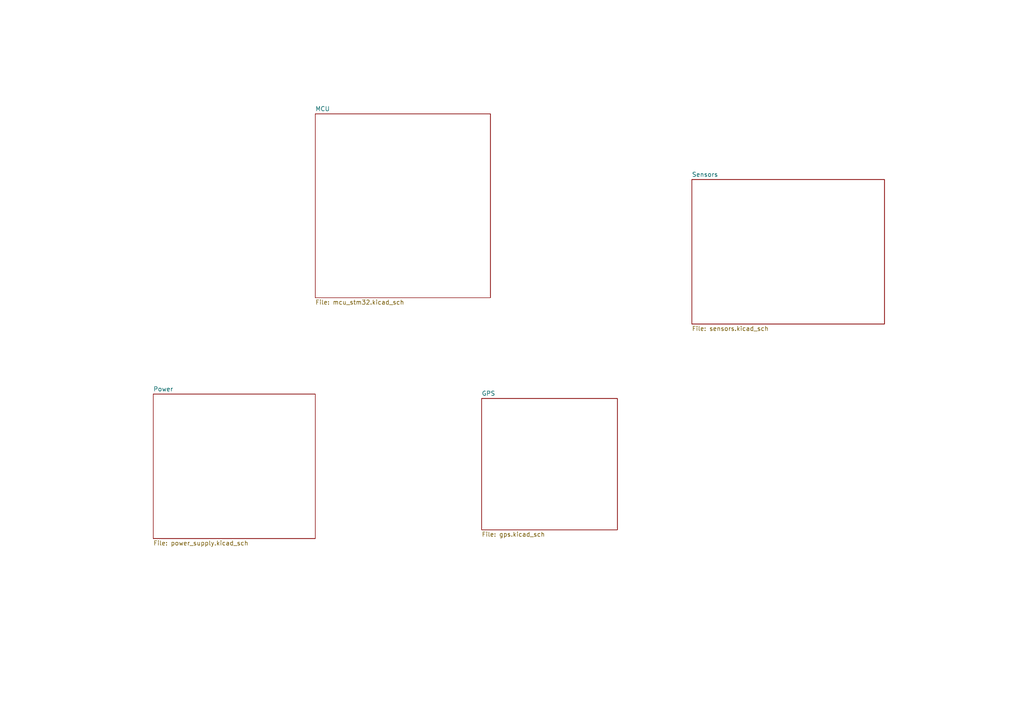
<source format=kicad_sch>
(kicad_sch (version 20211123) (generator eeschema)

  (uuid d1fb9737-5f7a-4af8-ac65-2a79f6890dc7)

  (paper "A4")

  (lib_symbols
  )


  (sheet (at 200.66 52.07) (size 55.88 41.91) (fields_autoplaced)
    (stroke (width 0.1524) (type solid) (color 0 0 0 0))
    (fill (color 0 0 0 0.0000))
    (uuid 0e7a8511-bb07-4cdf-8fc9-61e0cb55f4d9)
    (property "Sheet name" "Sensors" (id 0) (at 200.66 51.3584 0)
      (effects (font (size 1.27 1.27)) (justify left bottom))
    )
    (property "Sheet file" "sensors.kicad_sch" (id 1) (at 200.66 94.5646 0)
      (effects (font (size 1.27 1.27)) (justify left top))
    )
  )

  (sheet (at 44.45 114.3) (size 46.99 41.91) (fields_autoplaced)
    (stroke (width 0.1524) (type solid) (color 0 0 0 0))
    (fill (color 0 0 0 0.0000))
    (uuid 5a4d8c5a-da32-47cd-8dfd-858fccee0cc7)
    (property "Sheet name" "Power" (id 0) (at 44.45 113.5884 0)
      (effects (font (size 1.27 1.27)) (justify left bottom))
    )
    (property "Sheet file" "power_supply.kicad_sch" (id 1) (at 44.45 156.7946 0)
      (effects (font (size 1.27 1.27)) (justify left top))
    )
  )

  (sheet (at 139.7 115.57) (size 39.37 38.1) (fields_autoplaced)
    (stroke (width 0.1524) (type solid) (color 0 0 0 0))
    (fill (color 0 0 0 0.0000))
    (uuid 91cf0010-9ee0-4eb5-a57e-e0ac00755c97)
    (property "Sheet name" "GPS" (id 0) (at 139.7 114.8584 0)
      (effects (font (size 1.27 1.27)) (justify left bottom))
    )
    (property "Sheet file" "gps.kicad_sch" (id 1) (at 139.7 154.2546 0)
      (effects (font (size 1.27 1.27)) (justify left top))
    )
  )

  (sheet (at 91.44 33.02) (size 50.8 53.34) (fields_autoplaced)
    (stroke (width 0.1524) (type solid) (color 0 0 0 0))
    (fill (color 0 0 0 0.0000))
    (uuid b2e7fea0-7ba9-48b0-990f-5c369d704fdf)
    (property "Sheet name" "MCU" (id 0) (at 91.44 32.3084 0)
      (effects (font (size 1.27 1.27)) (justify left bottom))
    )
    (property "Sheet file" "mcu_stm32.kicad_sch" (id 1) (at 91.44 86.9446 0)
      (effects (font (size 1.27 1.27)) (justify left top))
    )
  )

  (sheet_instances
    (path "/" (page "1"))
    (path "/b2e7fea0-7ba9-48b0-990f-5c369d704fdf" (page "3"))
    (path "/0e7a8511-bb07-4cdf-8fc9-61e0cb55f4d9" (page "3"))
    (path "/5a4d8c5a-da32-47cd-8dfd-858fccee0cc7" (page "5"))
    (path "/91cf0010-9ee0-4eb5-a57e-e0ac00755c97" (page "5"))
  )

  (symbol_instances
    (path "/b2e7fea0-7ba9-48b0-990f-5c369d704fdf/4d468306-9ceb-4a69-b007-fa8ae388cbdd"
      (reference "U?") (unit 1) (value "SDR08540M3-01") (footprint "")
    )
    (path "/b2e7fea0-7ba9-48b0-990f-5c369d704fdf/63f188be-8ad2-4239-b8d8-d5822711dd1d"
      (reference "U?") (unit 1) (value "W25Q64JVSS") (footprint "Package_SO:SOIC-8_5.23x5.23mm_P1.27mm")
    )
    (path "/91cf0010-9ee0-4eb5-a57e-e0ac00755c97/712bd423-afa1-4088-9564-2d6002f8925c"
      (reference "U?") (unit 1) (value "L80-R") (footprint "RF_GPS:Quectel_L80-R")
    )
    (path "/0e7a8511-bb07-4cdf-8fc9-61e0cb55f4d9/ed71ed88-8cab-4422-86f8-4a2a4f8c82ab"
      (reference "U?") (unit 1) (value "BME280") (footprint "Package_LGA:Bosch_LGA-8_2.5x2.5mm_P0.65mm_ClockwisePinNumbering")
    )
    (path "/b2e7fea0-7ba9-48b0-990f-5c369d704fdf/ede98502-4efb-410a-b6ea-935bd2230c54"
      (reference "U?") (unit 1) (value "STM32F446RETx") (footprint "Package_QFP:LQFP-64_10x10mm_P0.5mm")
    )
  )
)

</source>
